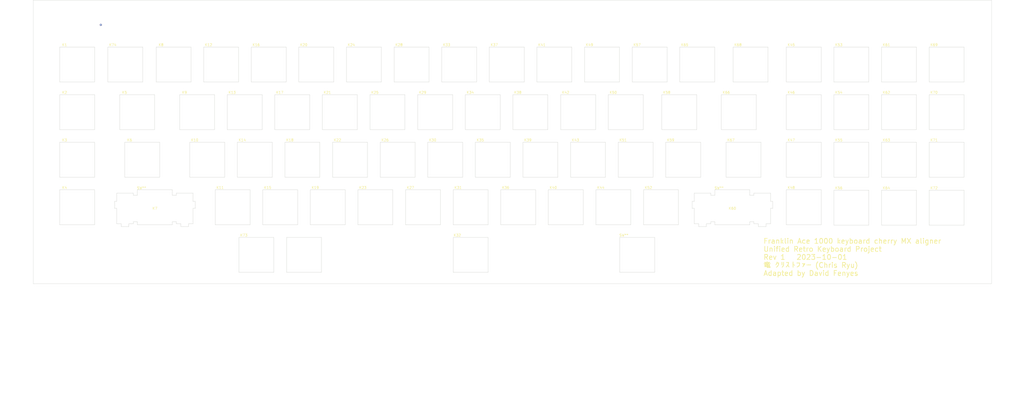
<source format=kicad_pcb>
(kicad_pcb (version 20221018) (generator pcbnew)
  (title_block (title "Franklin Ace 1000 keyboard cherry MX aligner") (date "2023-10-01") (rev "1") (company "Unified Retro Keyboard Project") (comment 1 "竜 クリストファー (Chris Ryu) ") (comment 2 "Adapted by David Fenyes"))
  (layers (0 "F.Cu" signal) (31 "B.Cu" signal) (34 "B.Paste" user) (35 "F.Paste" user) (36 "B.SilkS" user "B.Silkscreen") (37 "F.SilkS" user "F.Silkscreen") (38 "B.Mask" user) (39 "F.Mask" user) (44 "Edge.Cuts" user))
  (net 0 "")
  (net 1 "Row0")
  (footprint "unikbd:Key_MX_Aligner" (layer "F.Cu") (at 282.998036 221.250352)
    (fp_text reference "K31" (at -5.0292 -7.7724) (layer "F.SilkS"))
    (fp_text value "N")
    (fp_line (start -6.985 -6.8834) (end -6.985 7.0866) (stroke (width 0.12)) (layer "Edge.Cuts"))
    (fp_line (start -6.985 -6.8834) (end 6.985 -6.8834) (stroke (width 0.12)) (layer "Edge.Cuts"))
    (fp_line (start -6.985 7.0866) (end 6.985 7.0866) (stroke (width 0.12)) (layer "Edge.Cuts"))
    (fp_line (start 6.985 7.0866) (end 6.985 -6.8834) (stroke (width 0.12)) (layer "Edge.Cuts"))
  )
  (footprint "unikbd:MX_2u_aligner" (layer "F.Cu") (at 156.633036 221.250352)
    (fp_text reference "K7" (at 0 0.5254) (layer "F.SilkS"))
    (fp_text value "SHIFT")
    (fp_text user "SW**" (at -5.334 -7.6454) (layer "F.SilkS"))
    (fp_line (start -16.129 -2.2606) (end -15.2654 -2.2606) (stroke (width 0.12)) (layer "Edge.Cuts"))
    (fp_line (start -16.129 0.5334) (end -16.129 -2.2606) (stroke (width 0.12)) (layer "Edge.Cuts"))
    (fp_line (start -15.2654 -5.588) (end -8.6106 -5.588) (stroke (width 0.12)) (layer "Edge.Cuts"))
    (fp_line (start -15.2654 -2.2606) (end -15.2654 -5.588) (stroke (width 0.12)) (layer "Edge.Cuts"))
    (fp_line (start -15.2654 0.5334) (end -16.129 0.5334) (stroke (width 0.12)) (layer "Edge.Cuts"))
    (fp_line (start -15.2654 6.7056) (end -15.2654 0.5334) (stroke (width 0.12)) (layer "Edge.Cuts"))
    (fp_line (start -13.462 6.7056) (end -15.2654 6.7056) (stroke (width 0.12)) (layer "Edge.Cuts"))
    (fp_line (start -13.462 7.7978) (end -13.462 6.7056) (stroke (width 0.12)) (layer "Edge.Cuts"))
    (fp_line (start -10.414 6.7056) (end -10.414 7.7978) (stroke (width 0.12)) (layer "Edge.Cuts"))
    (fp_line (start -10.414 7.7978) (end -13.462 7.7978) (stroke (width 0.12)) (layer "Edge.Cuts"))
    (fp_line (start -8.6106 -5.588) (end -8.6106 -4.699) (stroke (width 0.12)) (layer "Edge.Cuts"))
    (fp_line (start -8.6106 -4.699) (end -6.985 -4.699) (stroke (width 0.12)) (layer "Edge.Cuts"))
    (fp_line (start -8.6106 5.9182) (end -8.6106 6.7056) (stroke (width 0.12)) (layer "Edge.Cuts"))
    (fp_line (start -8.6106 5.9182) (end -6.985 5.9182) (stroke (width 0.12)) (layer "Edge.Cuts"))
    (fp_line (start -8.6106 6.7056) (end -10.414 6.7056) (stroke (width 0.12)) (layer "Edge.Cuts"))
    (fp_line (start -6.985 -6.8834) (end 6.985 -6.8834) (stroke (width 0.12)) (layer "Edge.Cuts"))
    (fp_line (start -6.985 -4.699) (end -6.985 -6.8834) (stroke (width 0.12)) (layer "Edge.Cuts"))
    (fp_line (start -6.985 7.0866) (end -6.985 5.9182) (stroke (width 0.12)) (layer "Edge.Cuts"))
    (fp_line (start 6.985 -6.8834) (end 6.985 -4.699) (stroke (width 0.12)) (layer "Edge.Cuts"))
    (fp_line (start 6.985 -4.699) (end 8.6106 -4.699) (stroke (width 0.12)) (layer "Edge.Cuts"))
    (fp_line (start 6.985 5.9182) (end 6.985 7.0866) (stroke (width 0.12)) (layer "Edge.Cuts"))
    (fp_line (start 6.985 5.9182) (end 8.6106 5.9182) (stroke (width 0.12)) (layer "Edge.Cuts"))
    (fp_line (start 6.985 7.0866) (end -6.985 7.0866) (stroke (width 0.12)) (layer "Edge.Cuts"))
    (fp_line (start 8.6106 -5.588) (end 15.2654 -5.588) (stroke (width 0.12)) (layer "Edge.Cuts"))
    (fp_line (start 8.6106 -4.699) (end 8.6106 -5.588) (stroke (width 0.12)) (layer "Edge.Cuts"))
    (fp_line (start 8.6106 6.7056) (end 8.6106 5.9182) (stroke (width 0.12)) (layer "Edge.Cuts"))
    (fp_line (start 10.414 6.7056) (end 8.6106 6.7056) (stroke (width 0.12)) (layer "Edge.Cuts"))
    (fp_line (start 10.414 7.7978) (end 10.414 6.7056) (stroke (width 0.12)) (layer "Edge.Cuts"))
    (fp_line (start 13.462 6.7056) (end 13.462 7.7978) (stroke (width 0.12)) (layer "Edge.Cuts"))
    (fp_line (start 13.462 7.7978) (end 10.414 7.7978) (stroke (width 0.12)) (layer "Edge.Cuts"))
    (fp_line (start 15.2654 -5.588) (end 15.2654 -2.2606) (stroke (width 0.12)) (layer "Edge.Cuts"))
    (fp_line (start 15.2654 -2.2606) (end 16.129 -2.2606) (stroke (width 0.12)) (layer "Edge.Cuts"))
    (fp_line (start 15.2654 0.5334) (end 15.2654 6.7056) (stroke (width 0.12)) (layer "Edge.Cuts"))
    (fp_line (start 15.2654 6.7056) (end 13.462 6.7056) (stroke (width 0.12)) (layer "Edge.Cuts"))
    (fp_line (start 16.129 -2.2606) (end 16.129 0.5334) (stroke (width 0.12)) (layer "Edge.Cuts"))
    (fp_line (start 16.129 0.5334) (end 15.2654 0.5334) (stroke (width 0.12)) (layer "Edge.Cuts"))
  )
  (footprint "unikbd:Key_MX_Aligner" (layer "F.Cu") (at 177.588036 202.200352)
    (fp_text reference "K10" (at -5.0292 -7.7724) (layer "F.SilkS"))
    (fp_text value "A")
    (fp_line (start -6.985 -6.8834) (end -6.985 7.0866) (stroke (width 0.12)) (layer "Edge.Cuts"))
    (fp_line (start -6.985 -6.8834) (end 6.985 -6.8834) (stroke (width 0.12)) (layer "Edge.Cuts"))
    (fp_line (start -6.985 7.0866) (end 6.985 7.0866) (stroke (width 0.12)) (layer "Edge.Cuts"))
    (fp_line (start 6.985 7.0866) (end 6.985 -6.8834) (stroke (width 0.12)) (layer "Edge.Cuts"))
  )
  (footprint "unikbd:Key_MX_Aligner" (layer "F.Cu") (at 359.198036 221.250352)
    (fp_text reference "K52" (at -5.0292 -7.7724) (layer "F.SilkS"))
    (fp_text value "/ ?")
    (fp_line (start -6.985 -6.8834) (end -6.985 7.0866) (stroke (width 0.12)) (layer "Edge.Cuts"))
    (fp_line (start -6.985 -6.8834) (end 6.985 -6.8834) (stroke (width 0.12)) (layer "Edge.Cuts"))
    (fp_line (start -6.985 7.0866) (end 6.985 7.0866) (stroke (width 0.12)) (layer "Edge.Cuts"))
    (fp_line (start 6.985 7.0866) (end 6.985 -6.8834) (stroke (width 0.12)) (layer "Edge.Cuts"))
  )
  (footprint "unikbd:Key_MX_Aligner" (layer "F.Cu") (at 306.924836 183.150352)
    (fp_text reference "K38" (at -5.0292 -7.7724) (layer "F.SilkS"))
    (fp_text value "I")
    (fp_line (start -6.985 -6.8834) (end -6.985 7.0866) (stroke (width 0.12)) (layer "Edge.Cuts"))
    (fp_line (start -6.985 -6.8834) (end 6.985 -6.8834) (stroke (width 0.12)) (layer "Edge.Cuts"))
    (fp_line (start -6.985 7.0866) (end 6.985 7.0866) (stroke (width 0.12)) (layer "Edge.Cuts"))
    (fp_line (start 6.985 7.0866) (end 6.985 -6.8834) (stroke (width 0.12)) (layer "Edge.Cuts"))
  )
  (footprint "unikbd:Key_MX_Aligner" (layer "F.Cu") (at 215.688036 202.200352)
    (fp_text reference "K18" (at -5.0292 -7.7724) (layer "F.SilkS"))
    (fp_text value "D")
    (fp_line (start -6.985 -6.8834) (end -6.985 7.0866) (stroke (width 0.12)) (layer "Edge.Cuts"))
    (fp_line (start -6.985 -6.8834) (end 6.985 -6.8834) (stroke (width 0.12)) (layer "Edge.Cuts"))
    (fp_line (start -6.985 7.0866) (end 6.985 7.0866) (stroke (width 0.12)) (layer "Edge.Cuts"))
    (fp_line (start 6.985 7.0866) (end 6.985 -6.8834) (stroke (width 0.12)) (layer "Edge.Cuts"))
  )
  (footprint "unikbd:Key_MX_Aligner" (layer "F.Cu") (at 366.532286 183.150352)
    (fp_text reference "K58" (at -5.0292 -7.7724) (layer "F.SilkS"))
    (fp_text value "[ {")
    (fp_line (start -6.985 -6.8834) (end -6.985 7.0866) (stroke (width 0.12)) (layer "Edge.Cuts"))
    (fp_line (start -6.985 -6.8834) (end 6.985 -6.8834) (stroke (width 0.12)) (layer "Edge.Cuts"))
    (fp_line (start -6.985 7.0866) (end 6.985 7.0866) (stroke (width 0.12)) (layer "Edge.Cuts"))
    (fp_line (start 6.985 7.0866) (end 6.985 -6.8834) (stroke (width 0.12)) (layer "Edge.Cuts"))
  )
  (footprint "unikbd:Key_MX_Aligner" (layer "F.Cu") (at 435.398036 164.100352)
    (fp_text reference "K53" (at -5.0292 -7.7724) (layer "F.SilkS"))
    (fp_text value "7")
    (fp_line (start -6.985 -6.8834) (end -6.985 7.0866) (stroke (width 0.12)) (layer "Edge.Cuts"))
    (fp_line (start -6.985 -6.8834) (end 6.985 -6.8834) (stroke (width 0.12)) (layer "Edge.Cuts"))
    (fp_line (start -6.985 7.0866) (end 6.985 7.0866) (stroke (width 0.12)) (layer "Edge.Cuts"))
    (fp_line (start 6.985 7.0866) (end 6.985 -6.8834) (stroke (width 0.12)) (layer "Edge.Cuts"))
  )
  (footprint "unikbd:Key_MX_Aligner" (layer "F.Cu") (at 340.148036 221.250352)
    (fp_text reference "K44" (at -5.0292 -7.7724) (layer "F.SilkS"))
    (fp_text value ". >")
    (fp_line (start -6.985 -6.8834) (end -6.985 7.0866) (stroke (width 0.12)) (layer "Edge.Cuts"))
    (fp_line (start -6.985 -6.8834) (end 6.985 -6.8834) (stroke (width 0.12)) (layer "Edge.Cuts"))
    (fp_line (start -6.985 7.0866) (end 6.985 7.0866) (stroke (width 0.12)) (layer "Edge.Cuts"))
    (fp_line (start 6.985 7.0866) (end 6.985 -6.8834) (stroke (width 0.12)) (layer "Edge.Cuts"))
  )
  (footprint "unikbd:Key_MX_Aligner" (layer "F.Cu") (at 173.524036 183.150352)
    (fp_text reference "K9" (at -5.0292 -7.7724) (layer "F.SilkS"))
    (fp_text value "Q")
    (fp_line (start -6.985 -6.8834) (end -6.985 7.0866) (stroke (width 0.12)) (layer "Edge.Cuts"))
    (fp_line (start -6.985 -6.8834) (end 6.985 -6.8834) (stroke (width 0.12)) (layer "Edge.Cuts"))
    (fp_line (start -6.985 7.0866) (end 6.985 7.0866) (stroke (width 0.12)) (layer "Edge.Cuts"))
    (fp_line (start 6.985 7.0866) (end 6.985 -6.8834) (stroke (width 0.12)) (layer "Edge.Cuts"))
  )
  (footprint "unikbd:Key_MX_Aligner" (layer "F.Cu") (at 326.051036 183.150352)
    (fp_text reference "K42" (at -5.0292 -7.7724) (layer "F.SilkS"))
    (fp_text value "O")
    (fp_line (start -6.985 -6.8834) (end -6.985 7.0866) (stroke (width 0.12)) (layer "Edge.Cuts"))
    (fp_line (start -6.985 -6.8834) (end 6.985 -6.8834) (stroke (width 0.12)) (layer "Edge.Cuts"))
    (fp_line (start -6.985 7.0866) (end 6.985 7.0866) (stroke (width 0.12)) (layer "Edge.Cuts"))
    (fp_line (start 6.985 7.0866) (end 6.985 -6.8834) (stroke (width 0.12)) (layer "Edge.Cuts"))
  )
  (footprint "unikbd:MX_space_aligner" (layer "F.Cu") (at 282.998036 240.300352)
    (fp_text reference "K32" (at -5.334 -7.7724) (layer "F.SilkS"))
    (fp_text value "SPACE_8U")
    (fp_text user "SW**" (at 61.341 -7.7724) (layer "F.SilkS"))
    (fp_line (start -73.66 -6.8834) (end -73.66 7.0866) (stroke (width 0.12)) (layer "Edge.Cuts"))
    (fp_line (start -73.66 -6.8834) (end -59.69 -6.8834) (stroke (width 0.12)) (layer "Edge.Cuts"))
    (fp_line (start -73.66 7.0866) (end -59.69 7.0866) (stroke (width 0.12)) (layer "Edge.Cuts"))
    (fp_line (start -59.69 7.0866) (end -59.69 -6.8834) (stroke (width 0.12)) (layer "Edge.Cuts"))
    (fp_line (start -6.985 -6.8834) (end -6.985 7.0866) (stroke (width 0.12)) (layer "Edge.Cuts"))
    (fp_line (start -6.985 -6.8834) (end 6.985 -6.8834) (stroke (width 0.12)) (layer "Edge.Cuts"))
    (fp_line (start -6.985 7.0866) (end 6.985 7.0866) (stroke (width 0.12)) (layer "Edge.Cuts"))
    (fp_line (start 6.985 7.0866) (end 6.985 -6.8834) (stroke (width 0.12)) (layer "Edge.Cuts"))
    (fp_line (start 59.69 -6.8834) (end 59.69 7.0866) (stroke (width 0.12)) (layer "Edge.Cuts"))
    (fp_line (start 59.69 -6.8834) (end 73.66 -6.8834) (stroke (width 0.12)) (layer "Edge.Cuts"))
    (fp_line (start 59.69 7.0866) (end 73.66 7.0866) (stroke (width 0.12)) (layer "Edge.Cuts"))
    (fp_line (start 73.66 7.0866) (end 73.66 -6.8834) (stroke (width 0.12)) (layer "Edge.Cuts"))
  )
  (footprint "unikbd:Key_MX_Aligner" (layer "F.Cu") (at 234.738036 202.200352)
    (fp_text reference "K22" (at -5.0292 -7.7724) (layer "F.SilkS"))
    (fp_text value "F")
    (fp_line (start -6.985 -6.8834) (end -6.985 7.0866) (stroke (width 0.12)) (layer "Edge.Cuts"))
    (fp_line (start -6.985 -6.8834) (end 6.985 -6.8834) (stroke (width 0.12)) (layer "Edge.Cuts"))
    (fp_line (start -6.985 7.0866) (end 6.985 7.0866) (stroke (width 0.12)) (layer "Edge.Cuts"))
    (fp_line (start 6.985 7.0866) (end 6.985 -6.8834) (stroke (width 0.12)) (layer "Edge.Cuts"))
  )
  (footprint "unikbd:Key_MX_Aligner" (layer "F.Cu") (at 435.398036 202.200352)
    (fp_text reference "K55" (at -5.0292 -7.7724) (layer "F.SilkS"))
    (fp_text value "1")
    (fp_line (start -6.985 -6.8834) (end -6.985 7.0866) (stroke (width 0.12)) (layer "Edge.Cuts"))
    (fp_line (start -6.985 -6.8834) (end 6.985 -6.8834) (stroke (width 0.12)) (layer "Edge.Cuts"))
    (fp_line (start -6.985 7.0866) (end 6.985 7.0866) (stroke (width 0.12)) (layer "Edge.Cuts"))
    (fp_line (start 6.985 7.0866) (end 6.985 -6.8834) (stroke (width 0.12)) (layer "Edge.Cuts"))
  )
  (footprint "MountingHole:MountingHole_3.2mm_M3" (layer "F.Cu") (at 233.9286 143.9926)
    (fp_text reference "REF**" hide)
    (fp_text value "MountingHole_3.2mm_M3")
    (pad "" np_thru_hole circle (at 0 0) (size 3.2 3.2) (drill 3.2) (layers "F&B.Cu" "*.Mask"))
  )
  (footprint "unikbd:Key_MX_Aligner" (layer "F.Cu") (at 454.448036 221.377352)
    (fp_text reference "K64" (at -5.0292 -7.7724) (layer "F.SilkS"))
    (fp_text value "0")
    (fp_line (start -6.985 -6.8834) (end -6.985 7.0866) (stroke (width 0.12)) (layer "Edge.Cuts"))
    (fp_line (start -6.985 -6.8834) (end 6.985 -6.8834) (stroke (width 0.12)) (layer "Edge.Cuts"))
    (fp_line (start -6.985 7.0866) (end 6.985 7.0866) (stroke (width 0.12)) (layer "Edge.Cuts"))
    (fp_line (start 6.985 7.0866) (end 6.985 -6.8834) (stroke (width 0.12)) (layer "Edge.Cuts"))
  )
  (footprint "unikbd:Key_MX_Aligner" (layer "F.Cu") (at 253.788036 202.200352)
    (fp_text reference "K26" (at -5.0292 -7.7724) (layer "F.SilkS"))
    (fp_text value "G")
    (fp_line (start -6.985 -6.8834) (end -6.985 7.0866) (stroke (width 0.12)) (layer "Edge.Cuts"))
    (fp_line (start -6.985 -6.8834) (end 6.985 -6.8834) (stroke (width 0.12)) (layer "Edge.Cuts"))
    (fp_line (start -6.985 7.0866) (end 6.985 7.0866) (stroke (width 0.12)) (layer "Edge.Cuts"))
    (fp_line (start 6.985 7.0866) (end 6.985 -6.8834) (stroke (width 0.12)) (layer "Edge.Cuts"))
  )
  (footprint "unikbd:Key_MX_Aligner" (layer "F.Cu") (at 202.194389 164.100352)
    (fp_text reference "K16" (at -5.0292 -7.7724) (layer "F.SilkS"))
    (fp_text value "3 #")
    (fp_line (start -6.985 -6.8834) (end -6.985 7.0866) (stroke (width 0.12)) (layer "Edge.Cuts"))
    (fp_line (start -6.985 -6.8834) (end 6.985 -6.8834) (stroke (width 0.12)) (layer "Edge.Cuts"))
    (fp_line (start -6.985 7.0866) (end 6.985 7.0866) (stroke (width 0.12)) (layer "Edge.Cuts"))
    (fp_line (start 6.985 7.0866) (end 6.985 -6.8834) (stroke (width 0.12)) (layer "Edge.Cuts"))
  )
  (footprint "unikbd:Key_MX_Aligner" (layer "F.Cu") (at 390.344786 183.150352)
    (fp_text reference "K66" (at -5.0292 -7.7724) (layer "F.SilkS"))
    (fp_text value "] }")
    (fp_line (start -6.985 -6.8834) (end -6.985 7.0866) (stroke (width 0.12)) (layer "Edge.Cuts"))
    (fp_line (start -6.985 -6.8834) (end 6.985 -6.8834) (stroke (width 0.12)) (layer "Edge.Cuts"))
    (fp_line (start -6.985 7.0866) (end 6.985 7.0866) (stroke (width 0.12)) (layer "Edge.Cuts"))
    (fp_line (start 6.985 7.0866) (end 6.985 -6.8834) (stroke (width 0.12)) (layer "Edge.Cuts"))
  )
  (footprint "unikbd:Key_MX_Aligner" (layer "F.Cu") (at 416.348036 221.250352)
    (fp_text reference "K48" (at -5.0292 -7.7724) (layer "F.SilkS"))
    (fp_text value "*")
    (fp_line (start -6.985 -6.8834) (end -6.985 7.0866) (stroke (width 0.12)) (layer "Edge.Cuts"))
    (fp_line (start -6.985 -6.8834) (end 6.985 -6.8834) (stroke (width 0.12)) (layer "Edge.Cuts"))
    (fp_line (start -6.985 7.0866) (end 6.985 7.0866) (stroke (width 0.12)) (layer "Edge.Cuts"))
    (fp_line (start 6.985 7.0866) (end 6.985 -6.8834) (stroke (width 0.12)) (layer "Edge.Cuts"))
  )
  (footprint "unikbd:Key_MX_Aligner" (layer "F.Cu") (at 435.398036 221.377352)
    (fp_text reference "K56" (at -5.0292 -7.7724) (layer "F.SilkS"))
    (fp_text value ">")
    (fp_line (start -6.985 -6.8834) (end -6.985 7.0866) (stroke (width 0.12)) (layer "Edge.Cuts"))
    (fp_line (start -6.985 -6.8834) (end 6.985 -6.8834) (stroke (width 0.12)) (layer "Edge.Cuts"))
    (fp_line (start -6.985 7.0866) (end 6.985 7.0866) (stroke (width 0.12)) (layer "Edge.Cuts"))
    (fp_line (start 6.985 7.0866) (end 6.985 -6.8834) (stroke (width 0.12)) (layer "Edge.Cuts"))
  )
  (footprint "unikbd:Key_MX_Aligner" (layer "F.Cu") (at 197.273036 240.300352)
    (fp_text reference "K73" (at -5.0292 -7.7724) (layer "F.SilkS"))
    (fp_text value "SPACE_1U")
    (fp_line (start -6.985 -6.8834) (end -6.985 7.0866) (stroke (width 0.12)) (layer "Edge.Cuts"))
    (fp_line (start -6.985 -6.8834) (end 6.985 -6.8834) (stroke (width 0.12)) (layer "Edge.Cuts"))
    (fp_line (start -6.985 7.0866) (end 6.985 7.0866) (stroke (width 0.12)) (layer "Edge.Cuts"))
    (fp_line (start 6.985 7.0866) (end 6.985 -6.8834) (stroke (width 0.12)) (layer "Edge.Cuts"))
  )
  (footprint "MountingHole:MountingHole_3.2mm_M3" (layer "F.Cu") (at 357.4642 143.9926)
    (fp_text reference "REF**" hide)
    (fp_text value "MountingHole_3.2mm_M3")
    (pad "" np_thru_hole circle (at 0 0) (size 3.2 3.2) (drill 3.2) (layers "F&B.Cu" "*.Mask"))
  )
  (footprint "unikbd:Key_MX_Aligner" (layer "F.Cu") (at 206.798036 221.250352)
    (fp_text reference "K15" (at -5.0292 -7.7724) (layer "F.SilkS"))
    (fp_text value "X")
    (fp_line (start -6.985 -6.8834) (end -6.985 7.0866) (stroke (width 0.12)) (layer "Edge.Cuts"))
    (fp_line (start -6.985 -6.8834) (end 6.985 -6.8834) (stroke (width 0.12)) (layer "Edge.Cuts"))
    (fp_line (start -6.985 7.0866) (end 6.985 7.0866) (stroke (width 0.12)) (layer "Edge.Cuts"))
    (fp_line (start 6.985 7.0866) (end 6.985 -6.8834) (stroke (width 0.12)) (layer "Edge.Cuts"))
  )
  (footprint "unikbd:Key_MX_Aligner" (layer "F.Cu") (at 278.422093 164.100352)
    (fp_text reference "K33" (at -5.0292 -7.7724) (layer "F.SilkS"))
    (fp_text value "7 &")
    (fp_line (start -6.985 -6.8834) (end -6.985 7.0866) (stroke (width 0.12)) (layer "Edge.Cuts"))
    (fp_line (start -6.985 -6.8834) (end 6.985 -6.8834) (stroke (width 0.12)) (layer "Edge.Cuts"))
    (fp_line (start -6.985 7.0866) (end 6.985 7.0866) (stroke (width 0.12)) (layer "Edge.Cuts"))
    (fp_line (start 6.985 7.0866) (end 6.985 -6.8834) (stroke (width 0.12)) (layer "Edge.Cuts"))
  )
  (footprint "unikbd:Key_MX_Aligner" (layer "F.Cu") (at 230.674036 183.150352)
    (fp_text reference "K21" (at -5.0292 -7.7724) (layer "F.SilkS"))
    (fp_text value "R")
    (fp_line (start -6.985 -6.8834) (end -6.985 7.0866) (stroke (width 0.12)) (layer "Edge.Cuts"))
    (fp_line (start -6.985 -6.8834) (end 6.985 -6.8834) (stroke (width 0.12)) (layer "Edge.Cuts"))
    (fp_line (start -6.985 7.0866) (end 6.985 7.0866) (stroke (width 0.12)) (layer "Edge.Cuts"))
    (fp_line (start 6.985 7.0866) (end 6.985 -6.8834) (stroke (width 0.12)) (layer "Edge.Cuts"))
  )
  (footprint "unikbd:Key_MX_Aligner" (layer "F.Cu") (at 416.348036 202.200352)
    (fp_text reference "K47" (at -5.0292 -7.7724) (layer "F.SilkS"))
    (fp_text value "+")
    (fp_line (start -6.985 -6.8834) (end -6.985 7.0866) (stroke (width 0.12)) (layer "Edge.Cuts"))
    (fp_line (start -6.985 -6.8834) (end 6.985 -6.8834) (stroke (width 0.12)) (layer "Edge.Cuts"))
    (fp_line (start -6.985 7.0866) (end 6.985 7.0866) (stroke (width 0.12)) (layer "Edge.Cuts"))
    (fp_line (start 6.985 7.0866) (end 6.985 -6.8834) (stroke (width 0.12)) (layer "Edge.Cuts"))
  )
  (footprint "unikbd:Key_MX_Aligner" (layer "F.Cu") (at 259.365167 164.100352)
    (fp_text reference "K28" (at -5.0292 -7.7724) (layer "F.SilkS"))
    (fp_text value "6 ^")
    (fp_line (start -6.985 -6.8834) (end -6.985 7.0866) (stroke (width 0.12)) (layer "Edge.Cuts"))
    (fp_line (start -6.985 -6.8834) (end 6.985 -6.8834) (stroke (width 0.12)) (layer "Edge.Cuts"))
    (fp_line (start -6.985 7.0866) (end 6.985 7.0866) (stroke (width 0.12)) (layer "Edge.Cuts"))
    (fp_line (start 6.985 7.0866) (end 6.985 -6.8834) (stroke (width 0.12)) (layer "Edge.Cuts"))
  )
  (footprint "unikbd:Key_MX_Aligner" (layer "F.Cu") (at 373.706723 164.100352)
    (fp_text reference "K65" (at -5.0292 -7.7724) (layer "F.SilkS"))
    (fp_text value "+ / =")
    (fp_line (start -6.985 -6.8834) (end -6.985 7.0866) (stroke (width 0.12)) (layer "Edge.Cuts"))
    (fp_line (start -6.985 -6.8834) (end 6.985 -6.8834) (stroke (width 0.12)) (layer "Edge.Cuts"))
    (fp_line (start -6.985 7.0866) (end 6.985 7.0866) (stroke (width 0.12)) (layer "Edge.Cuts"))
    (fp_line (start 6.985 7.0866) (end 6.985 -6.8834) (stroke (width 0.12)) (layer "Edge.Cuts"))
  )
  (footprint "unikbd:Key_MX_Aligner" (layer "F.Cu") (at 125.518036 164.100352)
    (fp_text reference "K1" (at -5.0292 -7.7724) (layer "F.SilkS"))
    (fp_text value "ESC")
    (fp_line (start -6.985 -6.8834) (end -6.985 7.0866) (stroke (width 0.12)) (layer "Edge.Cuts"))
    (fp_line (start -6.985 -6.8834) (end 6.985 -6.8834) (stroke (width 0.12)) (layer "Edge.Cuts"))
    (fp_line (start -6.985 7.0866) (end 6.985 7.0866) (stroke (width 0.12)) (layer "Edge.Cuts"))
    (fp_line (start 6.985 7.0866) (end 6.985 -6.8834) (stroke (width 0.12)) (layer "Edge.Cuts"))
  )
  (footprint "MountingHole:MountingHole_3.2mm_M3" (layer "F.Cu") (at 167.10936 244.729)
    (fp_text reference "REF**" hide)
    (fp_text value "MountingHole_3.2mm_M3")
    (pad "" np_thru_hole circle (at 0 0) (size 3.2 3.2) (drill 3.2) (layers "F&B.Cu" "*.Mask"))
  )
  (footprint "unikbd:Key_MX_Aligner" (layer "F.Cu") (at 310.938036 202.200352)
    (fp_text reference "K39" (at -5.0292 -7.7724) (layer "F.SilkS"))
    (fp_text value "K")
    (fp_line (start -6.985 -6.8834) (end -6.985 7.0866) (stroke (width 0.12)) (layer "Edge.Cuts"))
    (fp_line (start -6.985 -6.8834) (end 6.985 -6.8834) (stroke (width 0.12)) (layer "Edge.Cuts"))
    (fp_line (start -6.985 7.0866) (end 6.985 7.0866) (stroke (width 0.12)) (layer "Edge.Cuts"))
    (fp_line (start 6.985 7.0866) (end 6.985 -6.8834) (stroke (width 0.12)) (layer "Edge.Cuts"))
  )
  (footprint "unikbd:Key_MX_Aligner" (layer "F.Cu") (at 335.592871 164.100352)
    (fp_text reference "K49" (at -5.0292 -7.7724) (layer "F.SilkS"))
    (fp_text value "0 )")
    (fp_line (start -6.985 -6.8834) (end -6.985 7.0866) (stroke (width 0.12)) (layer "Edge.Cuts"))
    (fp_line (start -6.985 -6.8834) (end 6.985 -6.8834) (stroke (width 0.12)) (layer "Edge.Cuts"))
    (fp_line (start -6.985 7.0866) (end 6.985 7.0866) (stroke (width 0.12)) (layer "Edge.Cuts"))
    (fp_line (start 6.985 7.0866) (end 6.985 -6.8834) (stroke (width 0.12)) (layer "Edge.Cuts"))
  )
  (footprint "unikbd:Key_MX_Aligner" (layer "F.Cu") (at 395.027379 164.100352)
    (fp_text reference "K68" (at -5.0292 -7.7724) (layer "F.SilkS"))
    (fp_text value "LEFT")
    (fp_line (start -6.985 -6.8834) (end -6.985 7.0866) (stroke (width 0.12)) (layer "Edge.Cuts"))
    (fp_line (start -6.985 -6.8834) (end 6.985 -6.8834) (stroke (width 0.12)) (layer "Edge.Cuts"))
    (fp_line (start -6.985 7.0866) (end 6.985 7.0866) (stroke (width 0.12)) (layer "Edge.Cuts"))
    (fp_line (start 6.985 7.0866) (end 6.985 -6.8834) (stroke (width 0.12)) (layer "Edge.Cuts"))
  )
  (footprint "unikbd:Key_MX_Aligner" (layer "F.Cu") (at 349.038036 202.200352)
    (fp_text reference "K51" (at -5.0292 -7.7724) (layer "F.SilkS"))
    (fp_text value "; :")
    (fp_line (start -6.985 -6.8834) (end -6.985 7.0866) (stroke (width 0.12)) (layer "Edge.Cuts"))
    (fp_line (start -6.985 -6.8834) (end 6.985 -6.8834) (stroke (width 0.12)) (layer "Edge.Cuts"))
    (fp_line (start -6.985 7.0866) (end 6.985 7.0866) (stroke (width 0.12)) (layer "Edge.Cuts"))
    (fp_line (start 6.985 7.0866) (end 6.985 -6.8834) (stroke (width 0.12)) (layer "Edge.Cuts"))
  )
  (footprint "MountingHole:MountingHole_3.2mm_M3" (layer "F.Cu") (at 477.1898 244.729)
    (fp_text reference "REF**" hide)
    (fp_text value "MountingHole_3.2mm_M3")
    (pad "" np_thru_hole circle (at 0 0) (size 3.2 3.2) (drill 3.2) (layers "F&B.Cu" "*.Mask"))
  )
  (footprint "unikbd:Key_MX_Aligner" (layer "F.Cu") (at 183.137463 164.100352)
    (fp_text reference "K12" (at -5.0292 -7.7724) (layer "F.SilkS"))
    (fp_text value "2 @")
    (fp_line (start -6.985 -6.8834) (end -6.985 7.0866) (stroke (width 0.12)) (layer "Edge.Cuts"))
    (fp_line (start -6.985 -6.8834) (end 6.985 -6.8834) (stroke (width 0.12)) (layer "Edge.Cuts"))
    (fp_line (start -6.985 7.0866) (end 6.985 7.0866) (stroke (width 0.12)) (layer "Edge.Cuts"))
    (fp_line (start 6.985 7.0866) (end 6.985 -6.8834) (stroke (width 0.12)) (layer "Edge.Cuts"))
  )
  (footprint "unikbd:Key_MX_Aligner" (layer "F.Cu") (at 151.553036 202.200352)
    (fp_text reference "K6" (at -5.0292 -7.7724) (layer "F.SilkS"))
    (fp_text value "LOCK")
    (fp_line (start -6.985 -6.8834) (end -6.985 7.0866) (stroke (width 0.12)) (layer "Edge.Cuts"))
    (fp_line (start -6.985 -6.8834) (end 6.985 -6.8834) (stroke (width 0.12)) (layer "Edge.Cuts"))
    (fp_line (start -6.985 7.0866) (end 6.985 7.0866) (stroke (width 0.12)) (layer "Edge.Cuts"))
    (fp_line (start 6.985 7.0866) (end 6.985 -6.8834) (stroke (width 0.12)) (layer "Edge.Cuts"))
  )
  (footprint "unikbd:Key_MX_Aligner" (layer "F.Cu") (at 329.988036 202.200352)
    (fp_text reference "K43" (at -5.0292 -7.7724) (layer "F.SilkS"))
    (fp_text value "L")
    (fp_line (start -6.985 -6.8834) (end -6.985 7.0866) (stroke (width 0.12)) (layer "Edge.Cuts"))
    (fp_line (start -6.985 -6.8834) (end 6.985 -6.8834) (stroke (width 0.12)) (layer "Edge.Cuts"))
    (fp_line (start -6.985 7.0866) (end 6.985 7.0866) (stroke (width 0.12)) (layer "Edge.Cuts"))
    (fp_line (start 6.985 7.0866) (end 6.985 -6.8834) (stroke (width 0.12)) (layer "Edge.Cuts"))
  )
  (footprint "MountingHole:MountingHole_3.2mm_M3" (layer "F.Cu") (at 118.013 143.9926)
    (fp_text reference "REF**" hide)
    (fp_text value "MountingHole_3.2mm_M3")
    (pad "" np_thru_hole circle (at 0 0) (size 3.2 3.2) (drill 3.2) (layers "F&B.Cu" "*.Mask"))
  )
  (footprint "unikbd:Key_MX_Aligner" (layer "F.Cu") (at 249.724036 183.150352)
    (fp_text reference "K25" (at -5.0292 -7.7724) (layer "F.SilkS"))
    (fp_text value "T")
    (fp_line (start -6.985 -6.8834) (end -6.985 7.0866) (stroke (width 0.12)) (layer "Edge.Cuts"))
    (fp_line (start -6.985 -6.8834) (end 6.985 -6.8834) (stroke (width 0.12)) (layer "Edge.Cuts"))
    (fp_line (start -6.985 7.0866) (end 6.985 7.0866) (stroke (width 0.12)) (layer "Edge.Cuts"))
    (fp_line (start 6.985 7.0866) (end 6.985 -6.8834) (stroke (width 0.12)) (layer "Edge.Cuts"))
  )
  (footprint "MountingHole:MountingHole_3.2mm_M3" (layer "F.Cu") (at 381.10344 244.729)
    (fp_text reference "REF**" hide)
    (fp_text value "MountingHole_3.2mm_M3")
    (pad "" np_thru_hole circle (at 0 0) (size 3.2 3.2) (drill 3.2) (layers "F&B.Cu" "*.Mask"))
  )
  (footprint "unikbd:Key_MX_Aligner" (layer "F.Cu") (at 473.498036 183.150352)
    (fp_text reference "K70" (at -5.0292 -7.7724) (layer "F.SilkS"))
    (fp_text value "6")
    (fp_line (start -6.985 -6.8834) (end -6.985 7.0866) (stroke (width 0.12)) (layer "Edge.Cuts"))
    (fp_line (start -6.985 -6.8834) (end 6.985 -6.8834) (stroke (width 0.12)) (layer "Edge.Cuts"))
    (fp_line (start -6.985 7.0866) (end 6.985 7.0866) (stroke (width 0.12)) (layer "Edge.Cuts"))
    (fp_line (start 6.985 7.0866) (end 6.985 -6.8834) (stroke (width 0.12)) (layer "Edge.Cuts"))
  )
  (footprint "unikbd:Key_MX_Aligner" (layer "F.Cu") (at 302.048036 221.250352)
    (fp_text reference "K36" (at -5.0292 -7.7724) (layer "F.SilkS"))
    (fp_text value "M")
    (fp_line (start -6.985 -6.8834) (end -6.985 7.0866) (stroke (width 0.12)) (layer "Edge.Cuts"))
    (fp_line (start -6.985 -6.8834) (end 6.985 -6.8834) (stroke (width 0.12)) (layer "Edge.Cuts"))
    (fp_line (start -6.985 7.0866) (end 6.985 7.0866) (stroke (width 0.12)) (layer "Edge.Cuts"))
    (fp_line (start 6.985 7.0866) (end 6.985 -6.8834) (stroke (width 0.12)) (layer "Edge.Cuts"))
  )
  (footprint "unikbd:Key_MX_Aligner" (layer "F.Cu") (at 187.748036 221.250352)
    (fp_text reference "K11" (at -5.0292 -7.7724) (layer "F.SilkS"))
    (fp_text value "Z")
    (fp_line (start -6.985 -6.8834) (end -6.985 7.0866) (stroke (width 0.12)) (layer "Edge.Cuts"))
    (fp_line (start -6.985 -6.8834) (end 6.985 -6.8834) (stroke (width 0.12)) (layer "Edge.Cuts"))
    (fp_line (start -6.985 7.0866) (end 6.985 7.0866) (stroke (width 0.12)) (layer "Edge.Cuts"))
    (fp_line (start 6.985 7.0866) (end 6.985 -6.8834) (stroke (width 0.12)) (layer "Edge.Cuts"))
  )
  (footprint "unikbd:Key_MX_Aligner" (layer "F.Cu") (at 454.448036 183.150352)
    (fp_text reference "K62" (at -5.0292 -7.7724) (layer "F.SilkS"))
    (fp_text value "5")
    (fp_line (start -6.985 -6.8834) (end -6.985 7.0866) (stroke (width 0.12)) (layer "Edge.Cuts"))
    (fp_line (start -6.985 -6.8834) (end 6.985 -6.8834) (stroke (width 0.12)) (layer "Edge.Cuts"))
    (fp_line (start -6.985 7.0866) (end 6.985 7.0866) (stroke (width 0.12)) (layer "Edge.Cuts"))
    (fp_line (start 6.985 7.0866) (end 6.985 -6.8834) (stroke (width 0.12)) (layer "Edge.Cuts"))
  )
  (footprint "unikbd:Key_MX_Aligner" (layer "F.Cu") (at 268.824836 183.150352)
    (fp_text reference "K29" (at -5.0292 -7.7724) (layer "F.SilkS"))
    (fp_text value "Y")
    (fp_line (start -6.985 -6.8834) (end -6.985 7.0866) (stroke (width 0.12)) (layer "Edge.Cuts"))
    (fp_line (start -6.985 -6.8834) (end 6.985 -6.8834) (stroke (width 0.12)) (layer "Edge.Cuts"))
    (fp_line (start -6.985 7.0866) (end 6.985 7.0866) (stroke (width 0.12)) (layer "Edge.Cuts"))
    (fp_line (start 6.985 7.0866) (end 6.985 -6.8834) (stroke (width 0.12)) (layer "Edge.Cuts"))
  )
  (footprint "unikbd:Key_MX_Aligner" (layer "F.Cu") (at 125.518036 202.200352)
    (fp_text reference "K3" (at -5.0292 -7.7724) (layer "F.SilkS"))
    (fp_text value "PAUSE")
    (fp_line (start -6.985 -6.8834) (end -6.985 7.0866) (stroke (width 0.12)) (layer "Edge.Cuts"))
    (fp_line (start -6.985 -6.8834) (end 6.985 -6.8834) (stroke (width 0.12)) (layer "Edge.Cuts"))
    (fp_line (start -6.985 7.0866) (end 6.985 7.0866) (stroke (width 0.12)) (layer "Edge.Cuts"))
    (fp_line (start 6.985 7.0866) (end 6.985 -6.8834) (stroke (width 0.12)) (layer "Edge.Cuts"))
  )
  (footprint "unikbd:Key_MX_Aligner" (layer "F.Cu") (at 240.308241 164.100352)
    (fp_text reference "K24" (at -5.0292 -7.7724) (layer "F.SilkS"))
    (fp_text value "5 &")
    (fp_line (start -6.985 -6.8834) (end -6.985 7.0866) (stroke (width 0.12)) (layer "Edge.Cuts"))
    (fp_line (start -6.985 -6.8834) (end 6.985 -6.8834) (stroke (width 0.12)) (layer "Edge.Cuts"))
    (fp_line (start -6.985 7.0866) (end 6.985 7.0866) (stroke (width 0.12)) (layer "Edge.Cuts"))
    (fp_line (start 6.985 7.0866) (end 6.985 -6.8834) (stroke (width 0.12)) (layer "Edge.Cuts"))
  )
  (footprint "unikbd:Key_MX_Aligner" (layer "F.Cu") (at 164.126036 164.100352)
    (fp_text reference "K8" (at -5.0292 -7.7724) (layer "F.SilkS"))
    (fp_text value "1 !")
    (fp_line (start -6.985 -6.8834) (end -6.985 7.0866) (stroke (width 0.12)) (layer "Edge.Cuts"))
    (fp_line (start -6.985 -6.8834) (end 6.985 -6.8834) (stroke (width 0.12)) (layer "Edge.Cuts"))
    (fp_line (start -6.985 7.0866) (end 6.985 7.0866) (stroke (width 0.12)) (layer "Edge.Cuts"))
    (fp_line (start 6.985 7.0866) (end 6.985 -6.8834) (stroke (width 0.12)) (layer "Edge.Cuts"))
  )
  (footprint "unikbd:Key_MX_Aligner" (layer "F.Cu") (at 345.101036 183.150352)
    (fp_text reference "K50" (at -5.0292 -7.7724) (layer "F.SilkS"))
    (fp_text value "P")
    (fp_line (start -6.985 -6.8834) (end -6.985 7.0866) (stroke (width 0.12)) (layer "Edge.Cuts"))
    (fp_line (start -6.985 -6.8834) (end 6.985 -6.8834) (stroke (width 0.12)) (layer "Edge.Cuts"))
    (fp_line (start -6.985 7.0866) (end 6.985 7.0866) (stroke (width 0.12)) (layer "Edge.Cuts"))
    (fp_line (start 6.985 7.0866) (end 6.985 -6.8834) (stroke (width 0.12)) (layer "Edge.Cuts"))
  )
  (footprint "unikbd:Key_MX_Aligner" (layer "F.Cu") (at 473.498036 202.200352)
    (fp_text reference "K71" (at -5.0292 -7.7724) (layer "F.SilkS"))
    (fp_text value "3")
    (fp_line (start -6.985 -6.8834) (end -6.985 7.0866) (stroke (width 0.12)) (layer "Edge.Cuts"))
    (fp_line (start -6.985 -6.8834) (end 6.985 -6.8834) (stroke (width 0.12)) (layer "Edge.Cuts"))
    (fp_line (start -6.985 7.0866) (end 6.985 7.0866) (stroke (width 0.12)) (layer "Edge.Cuts"))
    (fp_line (start 6.985 7.0866) (end 6.985 -6.8834) (stroke (width 0.12)) (layer "Edge.Cuts"))
  )
  (footprint "unikbd:Key_MX_Aligner" (layer "F.Cu") (at 416.348036 164.100352)
    (fp_text reference "K45" (at -5.0292 -7.7724) (layer "F.SilkS"))
    (fp_text value "RIGHT")
    (fp_line (start -6.985 -6.8834) (end -6.985 7.0866) (stroke (width 0.12)) (layer "Edge.Cuts"))
    (fp_line (start -6.985 -6.8834) (end 6.985 -6.8834) (stroke (width 0.12)) (layer "Edge.Cuts"))
    (fp_line (start -6.985 7.0866) (end 6.985 7.0866) (stroke (width 0.12)) (layer "Edge.Cuts"))
    (fp_line (start 6.985 7.0866) (end 6.985 -6.8834) (stroke (width 0.12)) (layer "Edge.Cuts"))
  )
  (footprint "unikbd:Key_MX_Aligner" (layer "F.Cu") (at 354.649797 164.100352)
    (fp_text reference "K57" (at -5.0292 -7.7724) (layer "F.SilkS"))
    (fp_text value "- / _")
    (fp_line (start -6.985 -6.8834) (end -6.985 7.0866) (stroke (width 0.12)) (layer "Edge.Cuts"))
    (fp_line (start -6.985 -6.8834) (end 6.985 -6.8834) (stroke (width 0.12)) (layer "Edge.Cuts"))
    (fp_line (start -6.985 7.0866) (end 6.985 7.0866) (stroke (width 0.12)) (layer "Edge.Cuts"))
    (fp_line (start 6.985 7.0866) (end 6.985 -6.8834) (stroke (width 0.12)) (layer "Edge.Cuts"))
  )
  (footprint "unikbd:Key_MX_Aligner" (layer "F.Cu") (at 225.848036 221.250352)
    (fp_text reference "K19" (at -5.0292 -7.7724) (layer "F.SilkS"))
    (fp_text value "C")
    (fp_line (start -6.985 -6.8834) (end -6.985 7.0866) (stroke (width 0.12)) (layer "Edge.Cuts"))
    (fp_line (start -6.985 -6.8834) (end 6.985 -6.8834) (stroke (width 0.12)) (layer "Edge.Cuts"))
    (fp_line (start -6.985 7.0866) (end 6.985 7.0866) (stroke (width 0.12)) (layer "Edge.Cuts"))
    (fp_line (start 6.985 7.0866) (end 6.985 -6.8834) (stroke (width 0.12)) (layer "Edge.Cuts"))
  )
  (footprint "unikbd:Key_MX_Aligner" (layer "F.Cu") (at 244.898036 221.250352)
    (fp_text reference "K23" (at -5.0292 -7.7724) (layer "F.SilkS"))
    (fp_text value "V")
    (fp_line (start -6.985 -6.8834) (end -6.985 7.0866) (stroke (width 0.12)) (layer "Edge.Cuts"))
    (fp_line (start -6.985 -6.8834) (end 6.985 -6.8834) (stroke (width 0.12)) (layer "Edge.Cuts"))
    (fp_line (start -6.985 7.0866) (end 6.985 7.0866) (stroke (width 0.12)) (layer "Edge.Cuts"))
    (fp_line (start 6.985 7.0866) (end 6.985 -6.8834) (stroke (width 0.12)) (layer "Edge.Cuts"))
  )
  (footprint "unikbd:Key_MX_Aligner" (layer "F.Cu") (at 125.518036 183.150352)
    (fp_text reference "K2" (at -5.0292 -7.7724) (layer "F.SilkS"))
    (fp_text value "BREAK")
    (fp_line (start -6.985 -6.8834) (end -6.985 7.0866) (stroke (width 0.12)) (layer "Edge.Cuts"))
    (fp_line (start -6.985 -6.8834) (end 6.985 -6.8834) (stroke (width 0.12)) (layer "Edge.Cuts"))
    (fp_line (start -6.985 7.0866) (end 6.985 7.0866) (stroke (width 0.12)) (layer "Edge.Cuts"))
    (fp_line (start 6.985 7.0866) (end 6.985 -6.8834) (stroke (width 0.12)) (layer "Edge.Cuts"))
  )
  (footprint "unikbd:Key_MX_Aligner" (layer "F.Cu") (at 473.498036 164.100352)
    (fp_text reference "K69" (at -5.0292 -7.7724) (layer "F.SilkS"))
    (fp_text value "9")
    (fp_line (start -6.985 -6.8834) (end -6.985 7.0866) (stroke (width 0.12)) (layer "Edge.Cuts"))
    (fp_line (start -6.985 -6.8834) (end 6.985 -6.8834) (stroke (width 0.12)) (layer "Edge.Cuts"))
    (fp_line (start -6.985 7.0866) (end 6.985 7.0866) (stroke (width 0.12)) (layer "Edge.Cuts"))
    (fp_line (start 6.985 7.0866) (end 6.985 -6.8834) (stroke (width 0.12)) (layer "Edge.Cuts"))
  )
  (footprint "unikbd:Key_MX_Aligner" (layer "F.Cu") (at 454.448036 164.100352)
    (fp_text reference "K61" (at -5.0292 -7.7724) (layer "F.SilkS"))
    (fp_text value "8")
    (fp_line (start -6.985 -6.8834) (end -6.985 7.0866) (stroke (width 0.12)) (layer "Edge.Cuts"))
    (fp_line (start -6.985 -6.8834) (end 6.985 -6.8834) (stroke (width 0.12)) (layer "Edge.Cuts"))
    (fp_line (start -6.985 7.0866) (end 6.985 7.0866) (stroke (width 0.12)) (layer "Edge.Cuts"))
    (fp_line (start 6.985 7.0866) (end 6.985 -6.8834) (stroke (width 0.12)) (layer "Edge.Cuts"))
  )
  (footprint "unikbd:MX_2u_aligner" (layer "F.Cu") (at 387.773036 221.250352)
    (fp_text reference "K60" (at 0 0.5254) (layer "F.SilkS"))
    (fp_text value "SHIFT")
    (fp_text user "SW**" (at -5.334 -7.6454) (layer "F.SilkS"))
    (fp_line (start -16.129 -2.2606) (end -15.2654 -2.2606) (stroke (width 0.12)) (layer "Edge.Cuts"))
    (fp_line (start -16.129 0.5334) (end -16.129 -2.2606) (stroke (width 0.12)) (layer "Edge.Cuts"))
    (fp_line (start -15.2654 -5.588) (end -8.6106 -5.588) (stroke (width 0.12)) (layer "Edge.Cuts"))
    (fp_line (start -15.2654 -2.2606) (end -15.2654 -5.588) (stroke (width 0.12)) (layer "Edge.Cuts"))
    (fp_line (start -15.2654 0.5334) (end -16.129 0.5334) (stroke (width 0.12)) (layer "Edge.Cuts"))
    (fp_line (start -15.2654 6.7056) (end -15.2654 0.5334) (stroke (width 0.12)) (layer "Edge.Cuts"))
    (fp_line (start -13.462 6.7056) (end -15.2654 6.7056) (stroke (width 0.12)) (layer "Edge.Cuts"))
    (fp_line (start -13.462 7.7978) (end -13.462 6.7056) (stroke (width 0.12)) (layer "Edge.Cuts"))
    (fp_line (start -10.414 6.7056) (end -10.414 7.7978) (stroke (width 0.12)) (layer "Edge.Cuts"))
    (fp_line (start -10.414 7.7978) (end -13.462 7.7978) (stroke (width 0.12)) (layer "Edge.Cuts"))
    (fp_line (start -8.6106 -5.588) (end -8.6106 -4.699) (stroke (width 0.12)) (layer "Edge.Cuts"))
    (fp_line (start -8.6106 -4.699) (end -6.985 -4.699) (stroke (width 0.12)) (layer "Edge.Cuts"))
    (fp_line (start -8.6106 5.9182) (end -8.6106 6.7056) (stroke (width 0.12)) (layer "Edge.Cuts"))
    (fp_line (start -8.6106 5.9182) (end -6.985 5.9182) (stroke (width 0.12)) (layer "Edge.Cuts"))
    (fp_line (start -8.6106 6.7056) (end -10.414 6.7056) (stroke (width 0.12)) (layer "Edge.Cuts"))
    (fp_line (start -6.985 -6.8834) (end 6.985 -6.8834) (stroke (width 0.12)) (layer "Edge.Cuts"))
    (fp_line (start -6.985 -4.699) (end -6.985 -6.8834) (stroke (width 0.12)) (layer "Edge.Cuts"))
    (fp_line (start -6.985 7.0866) (end -6.985 5.9182) (stroke (width 0.12)) (layer "Edge.Cuts"))
    (fp_line (start 6.985 -6.8834) (end 6.985 -4.699) (stroke (width 0.12)) (layer "Edge.Cuts"))
    (fp_line (start 6.985 -4.699) (end 8.6106 -4.699) (stroke (width 0.12)) (layer "Edge.Cuts"))
    (fp_line (start 6.985 5.9182) (end 6.985 7.0866) (stroke (width 0.12)) (layer "Edge.Cuts"))
    (fp_line (start 6.985 5.9182) (end 8.6106 5.9182) (stroke (width 0.12)) (layer "Edge.Cuts"))
    (fp_line (start 6.985 7.0866) (end -6.985 7.0866) (stroke (width 0.12)) (layer "Edge.Cuts"))
    (fp_line (start 8.6106 -5.588) (end 15.2654 -5.588) (stroke (width 0.12)) (layer "Edge.Cuts"))
    (fp_line (start 8.6106 -4.699) (end 8.6106 -5.588) (stroke (width 0.12)) (layer "Edge.Cuts"))
    (fp_line (start 8.6106 6.7056) (end 8.6106 5.9182) (stroke (width 0.12)) (layer "Edge.Cuts"))
    (fp_line (start 10.414 6.7056) (end 8.6106 6.7056) (stroke (width 0.12)) (layer "Edge.Cuts"))
    (fp_line (start 10.414 7.7978) (end 10.414 6.7056) (stroke (width 0.12)) (layer "Edge.Cuts"))
    (fp_line (start 13.462 6.7056) (end 13.462 7.7978) (stroke (width 0.12)) (layer "Edge.Cuts"))
    (fp_line (start 13.462 7.7978) (end 10.414 7.7978) (stroke (width 0.12)) (layer "Edge.Cuts"))
    (fp_line (start 15.2654 -5.588) (end 15.2654 -2.2606) (stroke (width 0.12)) (layer "Edge.Cuts"))
    (fp_line (start 15.2654 -2.2606) (end 16.129 -2.2606) (stroke (width 0.12)) (layer "Edge.Cuts"))
    (fp_line (start 15.2654 0.5334) (end 15.2654 6.7056) (stroke (width 0.12)) (layer "Edge.Cuts"))
    (fp_line (start 15.2654 6.7056) (end 13.462 6.7056) (stroke (width 0.12)) (layer "Edge.Cuts"))
    (fp_line (start 16.129 -2.2606) (end 16.129 0.5334) (stroke (width 0.12)) (layer "Edge.Cuts"))
    (fp_line (start 16.129 0.5334) (end 15.2654 0.5334) (stroke (width 0.12)) (layer "Edge.Cuts"))
  )
  (footprint "unikbd:Key_MX_Aligner" (layer "F.Cu") (at 144.822036 164.100352)
    (fp_text reference "K74" (at -5.0292 -7.7724) (layer "F.SilkS"))
    (fp_text value "TAB2")
    (fp_line (start -6.985 -6.8834) (end -6.985 7.0866) (stroke (width 0.12)) (layer "Edge.Cuts"))
    (fp_line (start -6.985 -6.8834) (end 6.985 -6.8834) (stroke (width 0.12)) (layer "Edge.Cuts"))
    (fp_line (start -6.985 7.0866) (end 6.985 7.0866) (stroke (width 0.12)) (layer "Edge.Cuts"))
    (fp_line (start 6.985 7.0866) (end 6.985 -6.8834) (stroke (width 0.12)) (layer "Edge.Cuts"))
  )
  (footprint "unikbd:Key_MX_Aligner" (layer "F.Cu") (at 435.398036 183.150352)
    (fp_text reference "K54" (at -5.0292 -7.7724) (layer "F.SilkS"))
    (fp_text value "4")
    (fp_line (start -6.985 -6.8834) (end -6.985 7.0866) (stroke (width 0.12)) (layer "Edge.Cuts"))
    (fp_line (start -6.985 -6.8834) (end 6.985 -6.8834) (stroke (width 0.12)) (layer "Edge.Cuts"))
    (fp_line (start -6.985 7.0866) (end 6.985 7.0866) (stroke (width 0.12)) (layer "Edge.Cuts"))
    (fp_line (start 6.985 7.0866) (end 6.985 -6.8834) (stroke (width 0.12)) (layer "Edge.Cuts"))
  )
  (footprint "unikbd:Key_MX_Aligner" (layer "F.Cu") (at 211.624036 183.150352)
    (fp_text reference "K17" (at -5.0292 -7.7724) (layer "F.SilkS"))
    (fp_text value "E")
    (fp_line (start -6.985 -6.8834) (end -6.985 7.0866) (stroke (width 0.12)) (layer "Edge.Cuts"))
    (fp_line (start -6.985 -6.8834) (end 6.985 -6.8834) (stroke (width 0.12)) (layer "Edge.Cuts"))
    (fp_line (start -6.985 7.0866) (end 6.985 7.0866) (stroke (width 0.12)) (layer "Edge.Cuts"))
    (fp_line (start 6.985 7.0866) (end 6.985 -6.8834) (stroke (width 0.12)) (layer "Edge.Cuts"))
  )
  (footprint "unikbd:Key_MX_Aligner" (layer "F.Cu") (at 316.535945 164.100352)
    (fp_text reference "K41" (at -5.0292 -7.7724) (layer "F.SilkS"))
    (fp_text value "9 (")
    (fp_line (start -6.985 -6.8834) (end -6.985 7.0866) (stroke (width 0.12)) (layer "Edge.Cuts"))
    (fp_line (start -6.985 -6.8834) (end 6.985 -6.8834) (stroke (width 0.12)) (layer "Edge.Cuts"))
    (fp_line (start -6.985 7.0866) (end 6.985 7.0866) (stroke (width 0.12)) (layer "Edge.Cuts"))
    (fp_line (start 6.985 7.0866) (end 6.985 -6.8834) (stroke (width 0.12)) (layer "Edge.Cuts"))
  )
  (footprint "unikbd:Key_MX_Aligner" (layer "F.Cu") (at 192.574036 183.150352)
    (fp_text reference "K13" (at -5.0292 -7.7724) (layer "F.SilkS"))
    (fp_text value "W")
    (fp_line (start -6.985 -6.8834) (end -6.985 7.0866) (stroke (width 0.12)) (layer "Edge.Cuts"))
    (fp_line (start -6.985 -6.8834) (end 6.985 -6.8834) (stroke (width 0.12)) (layer "Edge.Cuts"))
    (fp_line (start -6.985 7.0866) (end 6.985 7.0866) (stroke (width 0.12)) (layer "Edge.Cuts"))
    (fp_line (start 6.985 7.0866) (end 6.985 -6.8834) (stroke (width 0.12)) (layer "Edge.Cuts"))
  )
  (footprint "unikbd:Key_MX_Aligner" (layer "F.Cu") (at 287.874836 183.150352)
    (fp_text reference "K34" (at -5.0292 -7.7724) (layer "F.SilkS"))
    (fp_text value "U")
    (fp_line (start -6.985 -6.8834) (end -6.985 7.0866) (stroke (width 0.12)) (layer "Edge.Cuts"))
    (fp_line (start -6.985 -6.8834) (end 6.985 -6.8834) (stroke (width 0.12)) (layer "Edge.Cuts"))
    (fp_line (start -6.985 7.0866) (end 6.985 7.0866) (stroke (width 0.12)) (layer "Edge.Cuts"))
    (fp_line (start 6.985 7.0866) (end 6.985 -6.8834) (stroke (width 0.12)) (layer "Edge.Cuts"))
  )
  (footprint "unikbd:Key_MX_Aligner" (layer "F.Cu") (at 291.888036 202.200352)
    (fp_text reference "K35" (at -5.0292 -7.7724) (layer "F.SilkS"))
    (fp_text value "J")
    (fp_line (start -6.985 -6.8834) (end -6.985 7.0866) (stroke (width 0.12)) (layer "Edge.Cuts"))
    (fp_line (start -6.985 -6.8834) (end 6.985 -6.8834) (stroke (width 0.12)) (layer "Edge.Cuts"))
    (fp_line (start -6.985 7.0866) (end 6.985 7.0866) (stroke (width 0.12)) (layer "Edge.Cuts"))
    (fp_line (start 6.985 7.0866) (end 6.985 -6.8834) (stroke (width 0.12)) (layer "Edge.Cuts"))
  )
  (footprint "unikbd:Key_MX_Aligner" (layer "F.Cu") (at 368.088036 202.200352)
    (fp_text reference "K59" (at -5.0292 -7.7724) (layer "F.SilkS"))
    (fp_text value "; \"")
    (fp_line (start -6.985 -6.8834) (end -6.985 7.0866) (stroke (width 0.12)) (layer "Edge.Cuts"))
    (fp_line (start -6.985 -6.8834) (end 6.985 -6.8834) (stroke (width 0.12)) (layer "Edge.Cuts"))
    (fp_line (start -6.985 7.0866) (end 6.985 7.0866) (stroke (width 0.12)) (layer "Edge.Cuts"))
    (fp_line (start 6.985 7.0866) (end 6.985 -6.8834) (stroke (width 0.12)) (layer "Edge.Cuts"))
  )
  (footprint "unikbd:Key_MX_Aligner" (layer "F.Cu") (at 321.098036 221.250352)
    (fp_text reference "K40" (at -5.0292 -7.7724) (layer "F.SilkS"))
    (fp_text value ", <")
    (fp_line (start -6.985 -6.8834) (end -6.985 7.0866) (stroke (width 0.12)) (layer "Edge.Cuts"))
    (fp_line (start -6.985 -6.8834) (end 6.985 -6.8834) (stroke (width 0.12)) (layer "Edge.Cuts"))
    (fp_line (start -6.985 7.0866) (end 6.985 7.0866) (stroke (width 0.12)) (layer "Edge.Cuts"))
    (fp_line (start 6.985 7.0866) (end 6.985 -6.8834) (stroke (width 0.12)) (layer "Edge.Cuts"))
  )
  (footprint "MountingHole:MountingHole_3.2mm_M3" (layer "F.Cu") (at 119.888 244.729)
    (fp_text reference "REF**" hide)
    (fp_text value "MountingHole_3.2mm_M3")
    (pad "" np_thru_hole circle (at 0 0) (size 3.2 3.2) (drill 3.2) (layers "F&B.Cu" "*.Mask"))
  )
  (footprint "unikbd:Key_MX_Aligner" (layer "F.Cu") (at 272.838036 202.200352)
    (fp_text reference "K30" (at -5.0292 -7.7724) (layer "F.SilkS"))
    (fp_text value "H")
    (fp_line (start -6.985 -6.8834) (end -6.985 7.0866) (stroke (width 0.12)) (layer "Edge.Cuts"))
    (fp_line (start -6.985 -6.8834) (end 6.985 -6.8834) (stroke (width 0.12)) (layer "Edge.Cuts"))
    (fp_line (start -6.985 7.0866) (end 6.985 7.0866) (stroke (width 0.12)) (layer "Edge.Cuts"))
    (fp_line (start 6.985 7.0866) (end 6.985 -6.8834) (stroke (width 0.12)) (layer "Edge.Cuts"))
  )
  (footprint "unikbd:Key_MX_Aligner" (layer "F.Cu") (at 392.218036 202.200352)
    (fp_text reference "K67" (at -5.0292 -7.7724) (layer "F.SilkS"))
    (fp_text value "RETURN")
    (fp_line (start -6.985 -6.8834) (end -6.985 7.0866) (stroke (width 0.12)) (layer "Edge.Cuts"))
    (fp_line (start -6.985 -6.8834) (end 6.985 -6.8834) (stroke (width 0.12)) (layer "Edge.Cuts"))
    (fp_line (start -6.985 7.0866) (end 6.985 7.0866) (stroke (width 0.12)) (layer "Edge.Cuts"))
    (fp_line (start 6.985 7.0866) (end 6.985 -6.8834) (stroke (width 0.12)) (layer "Edge.Cuts"))
  )
  (footprint "MountingHole:MountingHole_3.2mm_M3" (layer "F.Cu") (at 477.1898 143.9926)
    (fp_text reference "REF**" hide)
    (fp_text value "MountingHole_3.2mm_M3")
    (pad "" np_thru_hole circle (at 0 0) (size 3.2 3.2) (drill 3.2) (layers "F&B.Cu" "*.Mask"))
  )
  (footprint "unikbd:Key_MX_Aligner" (layer "F.Cu") (at 263.948036 221.250352)
    (fp_text reference "K27" (at -5.0292 -7.7724) (layer "F.SilkS"))
    (fp_text value "B")
    (fp_line (start -6.985 -6.8834) (end -6.985 7.0866) (stroke (width 0.12)) (layer "Edge.Cuts"))
    (fp_line (start -6.985 -6.8834) (end 6.985 -6.8834) (stroke (width 0.12)) (layer "Edge.Cuts"))
    (fp_line (start -6.985 7.0866) (end 6.985 7.0866) (stroke (width 0.12)) (layer "Edge.Cuts"))
    (fp_line (start 6.985 7.0866) (end 6.985 -6.8834) (stroke (width 0.12)) (layer "Edge.Cuts"))
  )
  (footprint "unikbd:Key_MX_Aligner" (layer "F.Cu") (at 473.498036 221.377352)
    (fp_text reference "K72" (at -5.0292 -7.7724) (layer "F.SilkS"))
    (fp_text value ".")
    (fp_line (start -6.985 -6.8834) (end -6.985 7.0866) (stroke (width 0.12)) (layer "Edge.Cuts"))
    (fp_line (start -6.985 -6.8834) (end 6.985 -6.8834) (stroke (width 0.12)) (layer "Edge.Cuts"))
    (fp_line (start -6.985 7.0866) (end 6.985 7.0866) (stroke (width 0.12)) (layer "Edge.Cuts"))
    (fp_line (start 6.985 7.0866) (end 6.985 -6.8834) (stroke (width 0.12)) (layer "Edge.Cuts"))
  )
  (footprint "unikbd:Key_MX_Aligner" (layer "F.Cu") (at 416.348036 183.150352)
    (fp_text reference "K46" (at -5.0292 -7.7724) (layer "F.SilkS"))
    (fp_text value "-")
    (fp_line (start -6.985 -6.8834) (end -6.985 7.0866) (stroke (width 0.12)) (layer "Edge.Cuts"))
    (fp_line (start -6.985 -6.8834) (end 6.985 -6.8834) (stroke (width 0.12)) (layer "Edge.Cuts"))
    (fp_line (start -6.985 7.0866) (end 6.985 7.0866) (stroke (width 0.12)) (layer "Edge.Cuts"))
    (fp_line (start 6.985 7.0866) (end 6.985 -6.8834) (stroke (width 0.12)) (layer "Edge.Cuts"))
  )
  (footprint "unikbd:Key_MX_Aligner" (layer "F.Cu") (at 196.638036 202.200352)
    (fp_text reference "K14" (at -5.0292 -7.7724) (layer "F.SilkS"))
    (fp_text value "S")
    (fp_line (start -6.985 -6.8834) (end -6.985 7.0866) (stroke (width 0.12)) (layer "Edge.Cuts"))
    (fp_line (start -6.985 -6.8834) (end 6.985 -6.8834) (stroke (width 0.12)) (layer "Edge.Cuts"))
    (fp_line (start -6.985 7.0866) (end 6.985 7.0866) (stroke (width 0.12)) (layer "Edge.Cuts"))
    (fp_line (start 6.985 7.0866) (end 6.985 -6.8834) (stroke (width 0.12)) (layer "Edge.Cuts"))
  )
  (footprint "unikbd:Key_MX_Aligner" (layer "F.Cu") (at 125.518036 221.250352)
    (fp_text reference "K4" (at -5.0292 -7.7724) (layer "F.SilkS"))
    (fp_text value "CTRL")
    (fp_line (start -6.985 -6.8834) (end -6.985 7.0866) (stroke (width 0.12)) (layer "Edge.Cuts"))
    (fp_line (start -6.985 -6.8834) (end 6.985 -6.8834) (stroke (width 0.12)) (layer "Edge.Cuts"))
    (fp_line (start -6.985 7.0866) (end 6.985 7.0866) (stroke (width 0.12)) (layer "Edge.Cuts"))
    (fp_line (start 6.985 7.0866) (end 6.985 -6.8834) (stroke (width 0.12)) (layer "Edge.Cuts"))
  )
  (footprint "unikbd:Key_MX_Aligner" (layer "F.Cu") (at 221.251315 164.100352)
    (fp_text reference "K20" (at -5.0292 -7.7724) (layer "F.SilkS"))
    (fp_text value "4 $")
    (fp_line (start -6.985 -6.8834) (end -6.985 7.0866) (stroke (width 0.12)) (layer "Edge.Cuts"))
    (fp_line (start -6.985 -6.8834) (end 6.985 -6.8834) (stroke (width 0.12)) (layer "Edge.Cuts"))
    (fp_line (start -6.985 7.0866) (end 6.985 7.0866) (stroke (width 0.12)) (layer "Edge.Cuts"))
    (fp_line (start 6.985 7.0866) (end 6.985 -6.8834) (stroke (width 0.12)) (layer "Edge.Cuts"))
  )
  (footprint "unikbd:Key_MX_Aligner" (layer "F.Cu") (at 297.479019 164.100352)
    (fp_text reference "K37" (at -5.0292 -7.7724) (layer "F.SilkS"))
    (fp_text value "8 *")
    (fp_line (start -6.985 -6.8834) (end -6.985 7.0866) (stroke (width 0.12)) (layer "Edge.Cuts"))
    (fp_line (start -6.985 -6.8834) (end 6.985 -6.8834) (stroke (width 0.12)) (layer "Edge.Cuts"))
    (fp_line (start -6.985 7.0866) (end 6.985 7.0866) (stroke (width 0.12)) (layer "Edge.Cuts"))
    (fp_line (start 6.985 7.0866) (end 6.985 -6.8834) (stroke (width 0.12)) (layer "Edge.Cuts"))
  )
  (footprint "unikbd:Key_MX_Aligner" (layer "F.Cu") (at 454.448036 202.200352)
    (fp_text reference "K63" (at -5.0292 -7.7724) (layer "F.SilkS"))
    (fp_text value "2")
    (fp_line (start -6.985 -6.8834) (end -6.985 7.0866) (stroke (width 0.12)) (layer "Edge.Cuts"))
    (fp_line (start -6.985 -6.8834) (end 6.985 -6.8834) (stroke (width 0.12)) (layer "Edge.Cuts"))
    (fp_line (start -6.985 7.0866) (end 6.985 7.0866) (stroke (width 0.12)) (layer "Edge.Cuts"))
    (fp_line (start 6.985 7.0866) (end 6.985 -6.8834) (stroke (width 0.12)) (layer "Edge.Cuts"))
  )
  (footprint "unikbd:Key_MX_Aligner" (layer "F.Cu") (at 149.521036 183.150352)
    (fp_text reference "K5" (at -5.0292 -7.7724) (layer "F.SilkS"))
    (fp_text value "TAB")
    (fp_line (start -6.985 -6.8834) (end -6.985 7.0866) (stroke (width 0.12)) (layer "Edge.Cuts"))
    (fp_line (start -6.985 -6.8834) (end 6.985 -6.8834) (stroke (width 0.12)) (layer "Edge.Cuts"))
    (fp_line (start -6.985 7.0866) (end 6.985 7.0866) (stroke (width 0.12)) (layer "Edge.Cuts"))
    (fp_line (start 6.985 7.0866) (end 6.985 -6.8834) (stroke (width 0.12)) (layer "Edge.Cuts"))
  )
  (gr_line (start 491.49 138.43) (end 491.49 251.9) (stroke (width 0.1)) (layer "Edge.Cuts"))
  (gr_line (start 107.95 251.9) (end 491.49 251.9) (stroke (width 0.1)) (layer "Edge.Cuts"))
  (gr_line (start 107.95 251.9) (end 107.95 138.43) (stroke (width 0.1)) (layer "Edge.Cuts"))
  (gr_line (start 491.49 138.43) (end 107.95 138.43) (stroke (width 0.1)) (layer "Edge.Cuts"))
  (gr_text "${TITLE}\n${COMPANY}\nRev ${REVISION}   ${ISSUE_DATE}\n${COMMENT1}\n${COMMENT2}" (at 400.05 241.3) (layer "F.SilkS") (effects (font (size 2 2) (thickness 0.3)) (justify left)))
  (via (at 135.001 148.336) (size 0.8) (drill 0.4) (layers "F.Cu" "B.Cu") (net 1))
)
</source>
